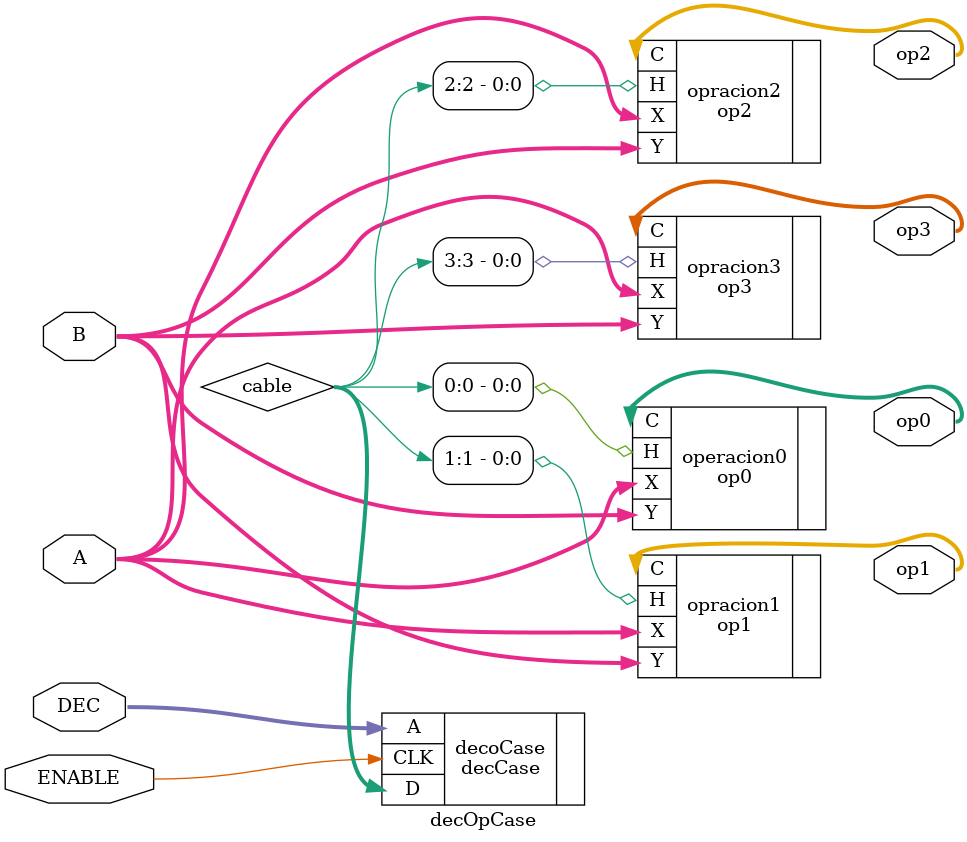
<source format=v>
`timescale 1ns / 1ps


module decOpCase(
//I/O
    input [3:0] A,B,
    input [1:0] DEC,
    input ENABLE,
    output [7:0] op0,op1,op2,op3
    );
    
    wire [3:0] cable;
    
    decCase decoCase(
        .A(DEC), .CLK(ENABLE),
        .D(cable)
    );
    
    op0 operacion0(
        .X(A), .Y(B), .H(cable[0]),
        .C(op0) 
        );
        
    op1 opracion1(
        .X(A), .Y(B), .H(cable[1]),
        .C(op1) 
        );
        
    op2 opracion2(
        .X(A), .Y(B), .H(cable[2]),
        .C(op2) 
        );
        
    op3 opracion3(
        .X(A), .Y(B), .H(cable[3]),
        .C(op3) 
        );
        
endmodule
        
</source>
